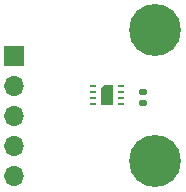
<source format=gbr>
%TF.GenerationSoftware,KiCad,Pcbnew,(6.0.1)*%
%TF.CreationDate,2023-03-07T00:34:02-05:00*%
%TF.ProjectId,PCBFiles_Node_Extra,50434246-696c-4657-935f-4e6f64655f45,rev?*%
%TF.SameCoordinates,Original*%
%TF.FileFunction,Soldermask,Top*%
%TF.FilePolarity,Negative*%
%FSLAX46Y46*%
G04 Gerber Fmt 4.6, Leading zero omitted, Abs format (unit mm)*
G04 Created by KiCad (PCBNEW (6.0.1)) date 2023-03-07 00:34:02*
%MOMM*%
%LPD*%
G01*
G04 APERTURE LIST*
G04 Aperture macros list*
%AMRoundRect*
0 Rectangle with rounded corners*
0 $1 Rounding radius*
0 $2 $3 $4 $5 $6 $7 $8 $9 X,Y pos of 4 corners*
0 Add a 4 corners polygon primitive as box body*
4,1,4,$2,$3,$4,$5,$6,$7,$8,$9,$2,$3,0*
0 Add four circle primitives for the rounded corners*
1,1,$1+$1,$2,$3*
1,1,$1+$1,$4,$5*
1,1,$1+$1,$6,$7*
1,1,$1+$1,$8,$9*
0 Add four rect primitives between the rounded corners*
20,1,$1+$1,$2,$3,$4,$5,0*
20,1,$1+$1,$4,$5,$6,$7,0*
20,1,$1+$1,$6,$7,$8,$9,0*
20,1,$1+$1,$8,$9,$2,$3,0*%
%AMFreePoly0*
4,1,6,0.500000,-0.850000,-0.500000,-0.850000,-0.500000,0.550000,-0.200000,0.850000,0.500000,0.850000,0.500000,-0.850000,0.500000,-0.850000,$1*%
G04 Aperture macros list end*
%ADD10C,4.400000*%
%ADD11RoundRect,0.140000X0.170000X-0.140000X0.170000X0.140000X-0.170000X0.140000X-0.170000X-0.140000X0*%
%ADD12R,0.550000X0.250000*%
%ADD13FreePoly0,0.000000*%
%ADD14R,1.700000X1.700000*%
%ADD15O,1.700000X1.700000*%
G04 APERTURE END LIST*
D10*
%TO.C,H2*%
X131160000Y-96840000D03*
%TD*%
D11*
%TO.C,C1*%
X130180000Y-91930000D03*
X130180000Y-90970000D03*
%TD*%
D10*
%TO.C,H1*%
X131220000Y-85720000D03*
%TD*%
D12*
%TO.C,U1*%
X125975000Y-90440000D03*
X125975000Y-90940000D03*
X125975000Y-91440000D03*
X125975000Y-91940000D03*
X128325000Y-91940000D03*
X128325000Y-91440000D03*
X128325000Y-90940000D03*
X128325000Y-90440000D03*
D13*
X127150000Y-91190000D03*
%TD*%
D14*
%TO.C,J1*%
X119295000Y-87890000D03*
D15*
X119295000Y-90430000D03*
X119295000Y-92970000D03*
X119295000Y-95510000D03*
X119295000Y-98050000D03*
%TD*%
M02*

</source>
